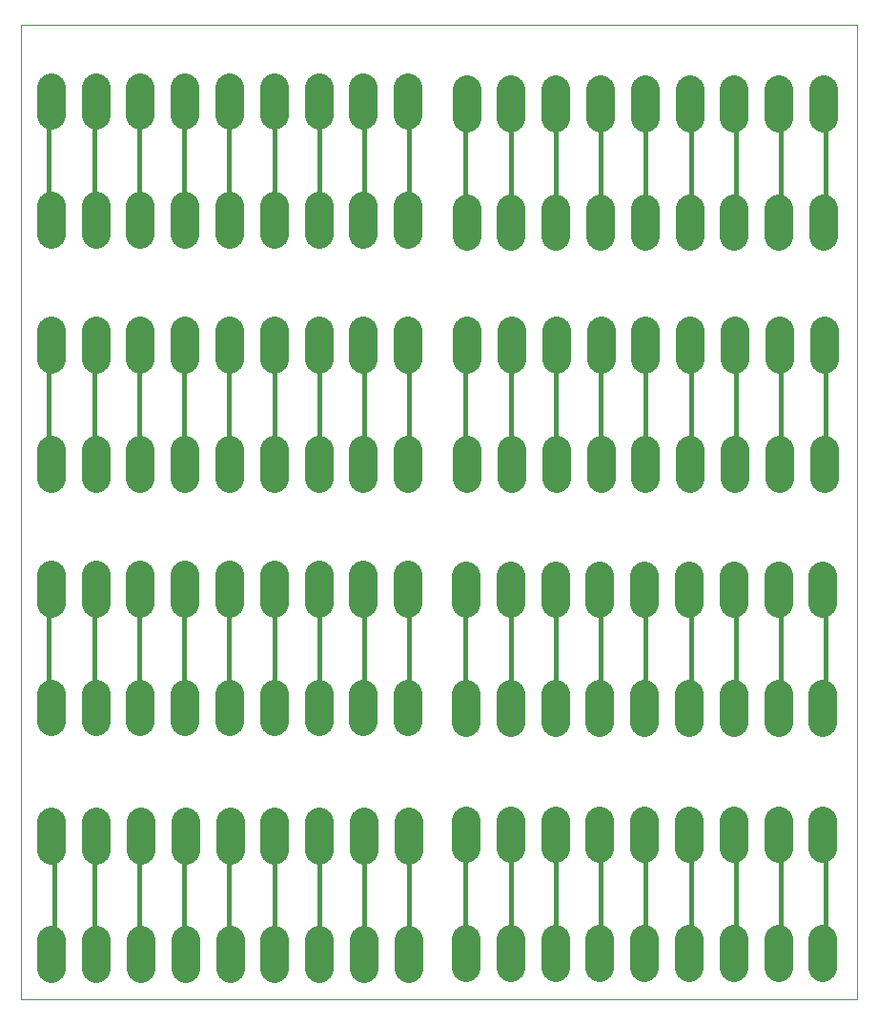
<source format=gtl>
G75*
%MOIN*%
%OFA0B0*%
%FSLAX25Y25*%
%IPPOS*%
%LPD*%
%AMOC8*
5,1,8,0,0,1.08239X$1,22.5*
%
%ADD10C,0.00000*%
%ADD11C,0.09900*%
%ADD12C,0.01600*%
D10*
X0003769Y0015385D02*
X0003769Y0356291D01*
X0296131Y0356133D01*
X0296052Y0015385D01*
X0003769Y0015385D01*
D11*
X0014597Y0026183D02*
X0014597Y0036083D01*
X0030197Y0036083D02*
X0030197Y0026183D01*
X0045797Y0026183D02*
X0045797Y0036083D01*
X0061397Y0036083D02*
X0061397Y0026183D01*
X0076997Y0026183D02*
X0076997Y0036083D01*
X0092597Y0036083D02*
X0092597Y0026183D01*
X0108197Y0026183D02*
X0108197Y0036083D01*
X0123797Y0036083D02*
X0123797Y0026183D01*
X0139397Y0026183D02*
X0139397Y0036083D01*
X0159479Y0036477D02*
X0159479Y0026577D01*
X0175079Y0026577D02*
X0175079Y0036477D01*
X0190679Y0036477D02*
X0190679Y0026577D01*
X0206279Y0026577D02*
X0206279Y0036477D01*
X0221879Y0036477D02*
X0221879Y0026577D01*
X0237479Y0026577D02*
X0237479Y0036477D01*
X0253079Y0036477D02*
X0253079Y0026577D01*
X0268679Y0026577D02*
X0268679Y0036477D01*
X0284279Y0036477D02*
X0284279Y0026577D01*
X0284279Y0068112D02*
X0284279Y0078012D01*
X0268679Y0078012D02*
X0268679Y0068112D01*
X0253079Y0068112D02*
X0253079Y0078012D01*
X0237479Y0078012D02*
X0237479Y0068112D01*
X0221879Y0068112D02*
X0221879Y0078012D01*
X0206279Y0078012D02*
X0206279Y0068112D01*
X0190679Y0068112D02*
X0190679Y0078012D01*
X0175079Y0078012D02*
X0175079Y0068112D01*
X0159479Y0068112D02*
X0159479Y0078012D01*
X0139397Y0077422D02*
X0139397Y0067522D01*
X0123797Y0067522D02*
X0123797Y0077422D01*
X0108197Y0077422D02*
X0108197Y0067522D01*
X0092597Y0067522D02*
X0092597Y0077422D01*
X0076997Y0077422D02*
X0076997Y0067522D01*
X0061397Y0067522D02*
X0061397Y0077422D01*
X0045797Y0077422D02*
X0045797Y0067522D01*
X0030197Y0067522D02*
X0030197Y0077422D01*
X0014597Y0077422D02*
X0014597Y0067522D01*
X0014400Y0112404D02*
X0014400Y0122304D01*
X0030000Y0122304D02*
X0030000Y0112404D01*
X0045600Y0112404D02*
X0045600Y0122304D01*
X0061200Y0122304D02*
X0061200Y0112404D01*
X0076800Y0112404D02*
X0076800Y0122304D01*
X0092400Y0122304D02*
X0092400Y0112404D01*
X0108000Y0112404D02*
X0108000Y0122304D01*
X0123600Y0122304D02*
X0123600Y0112404D01*
X0139200Y0112404D02*
X0139200Y0122304D01*
X0159479Y0122107D02*
X0159479Y0112207D01*
X0175079Y0112207D02*
X0175079Y0122107D01*
X0190679Y0122107D02*
X0190679Y0112207D01*
X0206279Y0112207D02*
X0206279Y0122107D01*
X0221879Y0122107D02*
X0221879Y0112207D01*
X0237479Y0112207D02*
X0237479Y0122107D01*
X0253079Y0122107D02*
X0253079Y0112207D01*
X0268679Y0112207D02*
X0268679Y0122107D01*
X0284279Y0122107D02*
X0284279Y0112207D01*
X0284279Y0153742D02*
X0284279Y0163642D01*
X0268679Y0163642D02*
X0268679Y0153742D01*
X0253079Y0153742D02*
X0253079Y0163642D01*
X0237479Y0163642D02*
X0237479Y0153742D01*
X0221879Y0153742D02*
X0221879Y0163642D01*
X0206279Y0163642D02*
X0206279Y0153742D01*
X0190679Y0153742D02*
X0190679Y0163642D01*
X0175079Y0163642D02*
X0175079Y0153742D01*
X0159479Y0153742D02*
X0159479Y0163642D01*
X0139200Y0163839D02*
X0139200Y0153939D01*
X0123600Y0153939D02*
X0123600Y0163839D01*
X0108000Y0163839D02*
X0108000Y0153939D01*
X0092400Y0153939D02*
X0092400Y0163839D01*
X0076800Y0163839D02*
X0076800Y0153939D01*
X0061200Y0153939D02*
X0061200Y0163839D01*
X0045600Y0163839D02*
X0045600Y0153939D01*
X0030000Y0153939D02*
X0030000Y0163839D01*
X0014400Y0163839D02*
X0014400Y0153939D01*
X0014400Y0197640D02*
X0014400Y0207540D01*
X0030000Y0207540D02*
X0030000Y0197640D01*
X0045600Y0197640D02*
X0045600Y0207540D01*
X0061200Y0207540D02*
X0061200Y0197640D01*
X0076800Y0197640D02*
X0076800Y0207540D01*
X0092400Y0207540D02*
X0092400Y0197640D01*
X0108000Y0197640D02*
X0108000Y0207540D01*
X0123600Y0207540D02*
X0123600Y0197640D01*
X0139200Y0197640D02*
X0139200Y0207540D01*
X0159872Y0207540D02*
X0159872Y0197640D01*
X0175472Y0197640D02*
X0175472Y0207540D01*
X0191072Y0207540D02*
X0191072Y0197640D01*
X0206672Y0197640D02*
X0206672Y0207540D01*
X0222272Y0207540D02*
X0222272Y0197640D01*
X0237872Y0197640D02*
X0237872Y0207540D01*
X0253472Y0207540D02*
X0253472Y0197640D01*
X0269072Y0197640D02*
X0269072Y0207540D01*
X0284672Y0207540D02*
X0284672Y0197640D01*
X0284672Y0239175D02*
X0284672Y0249075D01*
X0269072Y0249075D02*
X0269072Y0239175D01*
X0253472Y0239175D02*
X0253472Y0249075D01*
X0237872Y0249075D02*
X0237872Y0239175D01*
X0222272Y0239175D02*
X0222272Y0249075D01*
X0206672Y0249075D02*
X0206672Y0239175D01*
X0191072Y0239175D02*
X0191072Y0249075D01*
X0175472Y0249075D02*
X0175472Y0239175D01*
X0159872Y0239175D02*
X0159872Y0249075D01*
X0139200Y0249075D02*
X0139200Y0239175D01*
X0123600Y0239175D02*
X0123600Y0249075D01*
X0108000Y0249075D02*
X0108000Y0239175D01*
X0092400Y0239175D02*
X0092400Y0249075D01*
X0076800Y0249075D02*
X0076800Y0239175D01*
X0061200Y0239175D02*
X0061200Y0249075D01*
X0045600Y0249075D02*
X0045600Y0239175D01*
X0030000Y0239175D02*
X0030000Y0249075D01*
X0014400Y0249075D02*
X0014400Y0239175D01*
X0014400Y0282876D02*
X0014400Y0292776D01*
X0030000Y0292776D02*
X0030000Y0282876D01*
X0045600Y0282876D02*
X0045600Y0292776D01*
X0061200Y0292776D02*
X0061200Y0282876D01*
X0076800Y0282876D02*
X0076800Y0292776D01*
X0092400Y0292776D02*
X0092400Y0282876D01*
X0108000Y0282876D02*
X0108000Y0292776D01*
X0123600Y0292776D02*
X0123600Y0282876D01*
X0139200Y0282876D02*
X0139200Y0292776D01*
X0159676Y0291989D02*
X0159676Y0282089D01*
X0175276Y0282089D02*
X0175276Y0291989D01*
X0190876Y0291989D02*
X0190876Y0282089D01*
X0206476Y0282089D02*
X0206476Y0291989D01*
X0222076Y0291989D02*
X0222076Y0282089D01*
X0237676Y0282089D02*
X0237676Y0291989D01*
X0253276Y0291989D02*
X0253276Y0282089D01*
X0268876Y0282089D02*
X0268876Y0291989D01*
X0284476Y0291989D02*
X0284476Y0282089D01*
X0284476Y0323624D02*
X0284476Y0333524D01*
X0268876Y0333524D02*
X0268876Y0323624D01*
X0253276Y0323624D02*
X0253276Y0333524D01*
X0237676Y0333524D02*
X0237676Y0323624D01*
X0222076Y0323624D02*
X0222076Y0333524D01*
X0206476Y0333524D02*
X0206476Y0323624D01*
X0190876Y0323624D02*
X0190876Y0333524D01*
X0175276Y0333524D02*
X0175276Y0323624D01*
X0159676Y0323624D02*
X0159676Y0333524D01*
X0139200Y0334312D02*
X0139200Y0324412D01*
X0123600Y0324412D02*
X0123600Y0334312D01*
X0108000Y0334312D02*
X0108000Y0324412D01*
X0092400Y0324412D02*
X0092400Y0334312D01*
X0076800Y0334312D02*
X0076800Y0324412D01*
X0061200Y0324412D02*
X0061200Y0334312D01*
X0045600Y0334312D02*
X0045600Y0324412D01*
X0030000Y0324412D02*
X0030000Y0334312D01*
X0014400Y0334312D02*
X0014400Y0324412D01*
D12*
X0013611Y0328377D02*
X0014400Y0329362D01*
X0013611Y0328377D02*
X0013611Y0289007D01*
X0014400Y0287826D01*
X0029359Y0289007D02*
X0030000Y0287826D01*
X0029359Y0289007D02*
X0029359Y0328377D01*
X0030000Y0329362D01*
X0045107Y0328377D02*
X0045600Y0329362D01*
X0045107Y0328377D02*
X0045107Y0289007D01*
X0045600Y0287826D01*
X0060855Y0289007D02*
X0061200Y0287826D01*
X0060855Y0289007D02*
X0060855Y0328377D01*
X0061200Y0329362D01*
X0076603Y0328377D02*
X0076800Y0329362D01*
X0076603Y0328377D02*
X0076603Y0289007D01*
X0076800Y0287826D01*
X0092351Y0289007D02*
X0092400Y0287826D01*
X0092351Y0289007D02*
X0092351Y0328377D01*
X0092400Y0329362D01*
X0108000Y0329362D02*
X0108099Y0328377D01*
X0108099Y0289007D01*
X0108000Y0287826D01*
X0123600Y0287826D02*
X0123847Y0289007D01*
X0123847Y0328377D01*
X0123600Y0329362D01*
X0139200Y0329362D02*
X0139595Y0328377D01*
X0139595Y0289007D01*
X0139200Y0287826D01*
X0159280Y0287039D02*
X0159676Y0287039D01*
X0159280Y0287039D02*
X0159280Y0328377D01*
X0159676Y0328574D01*
X0175028Y0328377D02*
X0175276Y0328574D01*
X0175028Y0328377D02*
X0175028Y0287039D01*
X0175276Y0287039D01*
X0190776Y0287039D02*
X0190876Y0287039D01*
X0190776Y0287039D02*
X0190776Y0328377D01*
X0190876Y0328574D01*
X0206476Y0328574D02*
X0206524Y0328377D01*
X0206524Y0287039D01*
X0206476Y0287039D01*
X0222076Y0287039D02*
X0222272Y0287039D01*
X0222272Y0328377D01*
X0222076Y0328574D01*
X0237676Y0328574D02*
X0238020Y0328377D01*
X0238020Y0287039D01*
X0237676Y0287039D01*
X0253276Y0287039D02*
X0253769Y0287039D01*
X0253769Y0328377D01*
X0253276Y0328574D01*
X0268876Y0328574D02*
X0269517Y0328377D01*
X0269517Y0287039D01*
X0268876Y0287039D01*
X0284476Y0287039D02*
X0285265Y0287039D01*
X0285265Y0328377D01*
X0284476Y0328574D01*
X0284672Y0244125D02*
X0285265Y0243732D01*
X0285265Y0204362D01*
X0284672Y0202590D01*
X0269517Y0204362D02*
X0269072Y0202590D01*
X0269517Y0204362D02*
X0269517Y0243732D01*
X0269072Y0244125D01*
X0253769Y0243732D02*
X0253472Y0244125D01*
X0253769Y0243732D02*
X0253769Y0204362D01*
X0253472Y0202590D01*
X0238020Y0204362D02*
X0237872Y0202590D01*
X0238020Y0204362D02*
X0238020Y0243732D01*
X0237872Y0244125D01*
X0222272Y0244125D02*
X0222272Y0202590D01*
X0206672Y0202590D02*
X0206524Y0204362D01*
X0206524Y0243732D01*
X0206672Y0244125D01*
X0191072Y0244125D02*
X0190776Y0243732D01*
X0190776Y0204362D01*
X0191072Y0202590D01*
X0175472Y0202590D02*
X0175028Y0204362D01*
X0175028Y0243732D01*
X0175472Y0244125D01*
X0159872Y0244125D02*
X0159280Y0243732D01*
X0159280Y0204362D01*
X0159872Y0202590D01*
X0139595Y0204362D02*
X0139200Y0202590D01*
X0139595Y0204362D02*
X0139595Y0243732D01*
X0139200Y0244125D01*
X0123847Y0243732D02*
X0123600Y0244125D01*
X0123847Y0243732D02*
X0123847Y0204362D01*
X0123600Y0202590D01*
X0108000Y0202590D02*
X0108099Y0204362D01*
X0108099Y0243732D01*
X0108000Y0244125D01*
X0092400Y0244125D02*
X0092351Y0243732D01*
X0092351Y0204362D01*
X0092400Y0202590D01*
X0076800Y0202590D02*
X0076603Y0204362D01*
X0076603Y0243732D01*
X0076800Y0244125D01*
X0061200Y0244125D02*
X0060855Y0243732D01*
X0060855Y0204362D01*
X0061200Y0202590D01*
X0045600Y0202590D02*
X0045107Y0204362D01*
X0045107Y0243732D01*
X0045600Y0244125D01*
X0030000Y0244125D02*
X0029359Y0243732D01*
X0029359Y0204362D01*
X0030000Y0202590D01*
X0014400Y0202590D02*
X0013611Y0204362D01*
X0013611Y0243732D01*
X0014400Y0244125D01*
X0014400Y0158889D02*
X0013611Y0157118D01*
X0013611Y0117748D01*
X0014400Y0117354D01*
X0029359Y0117748D02*
X0030000Y0117354D01*
X0029359Y0117748D02*
X0029359Y0157118D01*
X0030000Y0158889D01*
X0045107Y0157118D02*
X0045600Y0158889D01*
X0045107Y0157118D02*
X0045107Y0117748D01*
X0045600Y0117354D01*
X0060855Y0117748D02*
X0061200Y0117354D01*
X0060855Y0117748D02*
X0060855Y0157118D01*
X0061200Y0158889D01*
X0076603Y0157118D02*
X0076800Y0158889D01*
X0076603Y0157118D02*
X0076603Y0117748D01*
X0076800Y0117354D01*
X0092351Y0117748D02*
X0092400Y0117354D01*
X0092351Y0117748D02*
X0092351Y0157118D01*
X0092400Y0158889D01*
X0108000Y0158889D02*
X0108099Y0157118D01*
X0108099Y0117748D01*
X0108000Y0117354D01*
X0123600Y0117354D02*
X0123847Y0117748D01*
X0123847Y0157118D01*
X0123600Y0158889D01*
X0139200Y0158889D02*
X0139595Y0157118D01*
X0139595Y0117748D01*
X0139200Y0117354D01*
X0159280Y0117748D02*
X0159479Y0117157D01*
X0159280Y0117748D02*
X0159280Y0157118D01*
X0159479Y0158692D01*
X0175079Y0158692D02*
X0175028Y0157118D01*
X0175028Y0117748D01*
X0175079Y0117157D01*
X0190679Y0117157D02*
X0190776Y0117748D01*
X0190776Y0157118D01*
X0190679Y0158692D01*
X0206279Y0158692D02*
X0206524Y0157118D01*
X0206524Y0117748D01*
X0206279Y0117157D01*
X0221879Y0117157D02*
X0222272Y0117748D01*
X0222272Y0157118D01*
X0221879Y0158692D01*
X0237479Y0158692D02*
X0238020Y0157118D01*
X0238020Y0117748D01*
X0237479Y0117157D01*
X0253079Y0117157D02*
X0253769Y0117748D01*
X0253769Y0157118D01*
X0253079Y0158692D01*
X0268679Y0158692D02*
X0269517Y0157118D01*
X0269517Y0117748D01*
X0268679Y0117157D01*
X0284279Y0117157D02*
X0285265Y0117748D01*
X0285265Y0157118D01*
X0284279Y0158692D01*
X0284279Y0073062D02*
X0285265Y0072472D01*
X0285265Y0033102D01*
X0284279Y0031527D01*
X0269517Y0033102D02*
X0268679Y0031527D01*
X0269517Y0033102D02*
X0269517Y0072472D01*
X0268679Y0073062D01*
X0253769Y0072472D02*
X0253079Y0073062D01*
X0253769Y0072472D02*
X0253769Y0033102D01*
X0253079Y0031527D01*
X0238020Y0033102D02*
X0237479Y0031527D01*
X0238020Y0033102D02*
X0238020Y0072472D01*
X0237479Y0073062D01*
X0222272Y0072472D02*
X0221879Y0073062D01*
X0222272Y0072472D02*
X0222272Y0033102D01*
X0221879Y0031527D01*
X0206524Y0033102D02*
X0206279Y0031527D01*
X0206524Y0033102D02*
X0206524Y0072472D01*
X0206279Y0073062D01*
X0190776Y0072472D02*
X0190679Y0073062D01*
X0190776Y0072472D02*
X0190776Y0033102D01*
X0190679Y0031527D01*
X0175079Y0031527D02*
X0175028Y0033102D01*
X0175028Y0072472D01*
X0175079Y0073062D01*
X0159479Y0073062D02*
X0159280Y0072472D01*
X0159280Y0033102D01*
X0159479Y0031527D01*
X0139595Y0031133D02*
X0139397Y0031133D01*
X0139595Y0031133D02*
X0139595Y0072472D01*
X0139397Y0072472D01*
X0123847Y0072472D02*
X0123797Y0072472D01*
X0123847Y0072472D02*
X0123847Y0031133D01*
X0123797Y0031133D01*
X0108197Y0031133D02*
X0108099Y0031133D01*
X0108099Y0072472D01*
X0108197Y0072472D01*
X0092597Y0072472D02*
X0092351Y0072472D01*
X0092351Y0031133D01*
X0092597Y0031133D01*
X0076997Y0031133D02*
X0076603Y0031133D01*
X0076603Y0072472D01*
X0076997Y0072472D01*
X0061397Y0072472D02*
X0060855Y0072472D01*
X0060855Y0031133D01*
X0061397Y0031133D01*
X0045797Y0031133D02*
X0045107Y0031133D01*
X0045107Y0072472D01*
X0045797Y0072472D01*
X0030197Y0072472D02*
X0029359Y0072472D01*
X0029359Y0031133D01*
X0030197Y0031133D01*
X0015580Y0031133D02*
X0014597Y0031133D01*
X0015580Y0031133D02*
X0015580Y0072472D01*
X0014597Y0072472D01*
M02*

</source>
